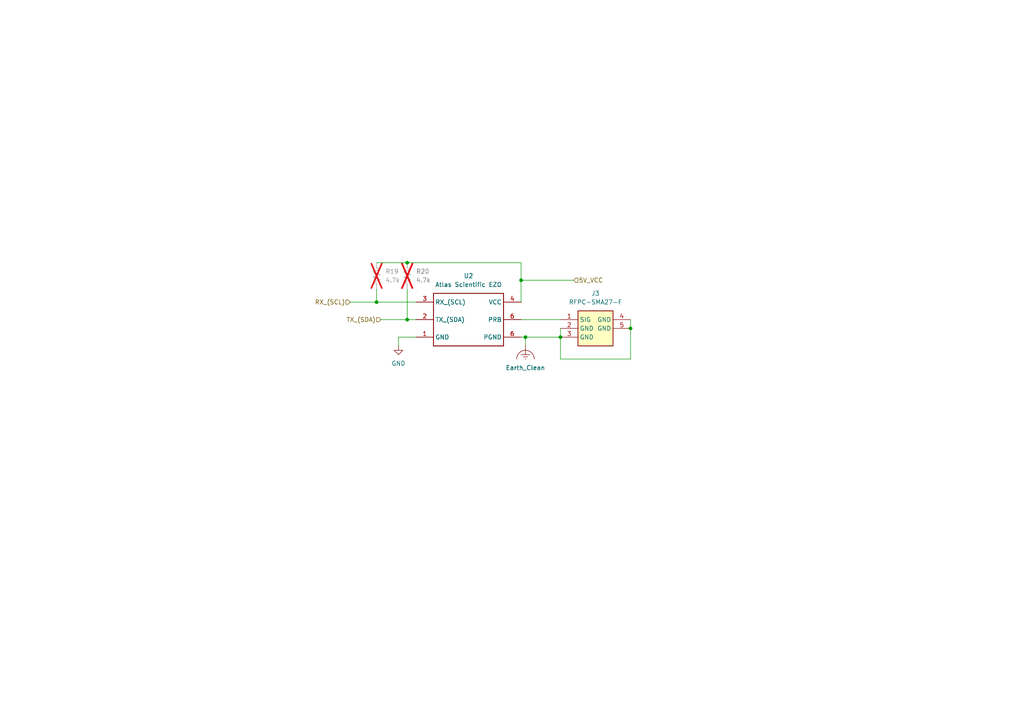
<source format=kicad_sch>
(kicad_sch (version 20250114) (generator "eeschema") (generator_version "9.0")
  (paper "A4")
  (title_block (title "pH Subcircuit") (date "2026-01-03") (rev "v1.0"))
  (lib_symbols
    (symbol "Device:R_US" (pin_numbers (hide yes)) (pin_names (offset 0))
      (property "Reference" "R" (at 2.54 0 90))
      (property "Value" "R_US" (at -2.54 0 90))
      (symbol "R_US_0_1"
        (polyline (pts (xy 0 2.286) (xy 0 2.54)))
        (polyline (pts (xy 0 2.286) (xy 1.016 1.905) (xy 0 1.524) (xy -1.016 1.143) (xy 0 0.762)))
        (polyline (pts (xy 0 0.762) (xy 1.016 0.381) (xy 0 0) (xy -1.016 -0.381) (xy 0 -0.762)))
        (polyline (pts (xy 0 -0.762) (xy 1.016 -1.143) (xy 0 -1.524) (xy -1.016 -1.905) (xy 0 -2.286)))
        (polyline (pts (xy 0 -2.286) (xy 0 -2.54)))
      )
      (symbol "R_US_1_1"
        (pin passive line (at 0 3.81 270) (length 1.27) (name "~") (number "1"))
        (pin passive line (at 0 -3.81 90) (length 1.27) (name "~") (number "2"))
      )
    )
    (symbol "SamacSys_Parts:RFPC-SMA27-F"
      (property "Reference" "J" (at 16.51 7.62 0))
      (property "Value" "RFPC-SMA27-F" (at 16.51 5.08 0))
      (symbol "RFPC-SMA27-F_1_1"
        (rectangle (start 5.08 2.54) (end 15.24 -7.62) (stroke (width 0.254)) (fill (type background)))
        (pin passive line (at 0 0 0) (length 5.08) (name "SIG") (number "1"))
        (pin passive line (at 0 -2.54 0) (length 5.08) (name "GND") (number "2"))
        (pin passive line (at 0 -5.08 0) (length 5.08) (name "GND") (number "3"))
        (pin passive line (at 20.32 0 180) (length 5.08) (name "GND") (number "4"))
        (pin passive line (at 20.32 -2.54 180) (length 5.08) (name "GND") (number "5"))
      )
    )
    (symbol "aquaponics_pcb:Atlas Scientific EZO"
      (property "Reference" "U?" (at -1.524 0.254 0))
      (property "Value" "Atlas Scientific EZO" (at 0 -2.032 0))
      (symbol "Atlas Scientific EZO_0_0"
        (rectangle (start 0 15.24) (end 20.32 0) (stroke (width 0.254)))
        (pin bidirectional line (at -5.08 12.7 0) (length 5.08) (name "RX_(SCL)") (number "3"))
        (pin bidirectional line (at -5.08 7.62 0) (length 5.08) (name "TX_(SDA)") (number "2"))
        (pin passive line (at -5.08 2.54 0) (length 5.08) (name "GND") (number "1"))
        (pin passive line (at 25.4 12.7 180) (length 5.08) (name "VCC") (number "4"))
        (pin passive line (at 25.4 2.54 180) (length 5.08) (name "PGND") (number "6"))
      )
      (symbol "Atlas Scientific EZO_1_0"
        (pin input line (at 25.4 7.62 180) (length 5.08) (name "PRB") (number "6"))
      )
    )
    (symbol "power:Earth_Clean" (power) (pin_numbers (hide yes)) (pin_names (offset 0) (hide yes))
      (property "Value" "Earth_Clean" (at 0 -5.08 0))
      (symbol "Earth_Clean_0_1"
        (polyline (pts (xy -0.635 -3.175) (xy 0.635 -3.175)))
        (polyline (pts (xy -0.127 -3.81) (xy 0.127 -3.81)))
        (polyline (pts (xy 0 -2.54) (xy 0 0)))
        (arc (start -2.54 -3.81) (mid 0 -1.281) (end 2.54 -3.81))
        (polyline (pts (xy 1.27 -2.54) (xy -1.27 -2.54)))
      )
      (symbol "Earth_Clean_1_1"
        (pin power_in line (at 0 0 270) (length 0) (name "~") (number "1"))
      )
    )
    (symbol "power:GND" (power) (pin_numbers (hide yes)) (pin_names (offset 0) (hide yes))
      (property "Value" "GND" (at 0 -3.81 0))
      (symbol "GND_0_1"
        (polyline (pts (xy 0 0) (xy 0 -1.27) (xy 1.27 -1.27) (xy 0 -2.54) (xy -1.27 -1.27) (xy 0 -1.27)))
      )
      (symbol "GND_1_1"
        (pin power_in line (at 0 0 270) (length 0) (name "~") (number "1"))
      )
    )
  )
  (junction (at 182.88 95.25))
  (junction (at 118.11 76.2))
  (junction (at 162.56 97.79))
  (junction (at 109.22 87.63))
  (junction (at 152.4 97.79))
  (junction (at 118.11 92.71))
  (junction (at 151.13 81.28))
  (wire (pts (xy 151.13 81.28) (xy 151.13 76.2)))
  (wire (pts (xy 151.13 87.63) (xy 151.13 81.28)))
  (wire (pts (xy 162.56 95.25) (xy 162.56 97.79)))
  (wire (pts (xy 182.88 104.14) (xy 162.56 104.14)))
  (wire (pts (xy 110.49 92.71) (xy 118.11 92.71)))
  (wire (pts (xy 109.22 83.82) (xy 109.22 87.63)))
  (wire (pts (xy 152.4 97.79) (xy 152.4 100.33)))
  (wire (pts (xy 115.57 100.33) (xy 115.57 97.79)))
  (wire (pts (xy 152.4 97.79) (xy 162.56 97.79)))
  (wire (pts (xy 151.13 81.28) (xy 166.37 81.28)))
  (wire (pts (xy 151.13 92.71) (xy 162.56 92.71)))
  (wire (pts (xy 109.22 87.63) (xy 120.65 87.63)))
  (wire (pts (xy 162.56 97.79) (xy 162.56 104.14)))
  (wire (pts (xy 101.6 87.63) (xy 109.22 87.63)))
  (wire (pts (xy 151.13 76.2) (xy 118.11 76.2)))
  (wire (pts (xy 109.22 76.2) (xy 118.11 76.2)))
  (wire (pts (xy 118.11 92.71) (xy 120.65 92.71)))
  (wire (pts (xy 182.88 92.71) (xy 182.88 95.25)))
  (wire (pts (xy 118.11 83.82) (xy 118.11 92.71)))
  (wire (pts (xy 151.13 97.79) (xy 152.4 97.79)))
  (wire (pts (xy 115.57 97.79) (xy 120.65 97.79)))
  (wire (pts (xy 182.88 95.25) (xy 182.88 104.14)))
  (hierarchical_label "TX_(SDA)" (shape input) (at 110.49 92.71 180))
  (hierarchical_label "RX_(SCL)" (shape input) (at 101.6 87.63 180))
  (hierarchical_label "5V_VCC" (shape input) (at 166.37 81.28 0))
  (symbol (lib_id "Device:R_US") (at 109.22 80.01 0) (unit 1) (dnp yes)
    (property "Reference" "R5" (at 111.76 78.7399 0) (effects (justify left)))
    (property "Value" "4.7k" (at 111.76 81.2799 0) (effects (justify left)))
    (property "Footprint" "Resistor_SMD:R_0603_1608Metric_Pad0.98x0.95mm_HandSolder" (effects (hide yes)))
    (property "Description" "Resistor, US symbol" (effects (hide yes)))
    (instances (project "aquaponics_pcb" (path "" (reference "R19") (unit 1)) (path "" (reference "R5") (unit 1)) (path "" (reference "R21") (unit 1))))
  )
  (symbol (lib_id "power:Earth_Clean") (at 152.4 100.33 0) (unit 1)
    (property "Reference" "#PWR02" (effects (hide yes)))
    (property "Value" "Earth_Clean" (at 152.4 106.68 0))
    (property "Description" "Power symbol creates a global label with name \"Earth_Clean\"" (effects (hide yes)))
    (instances (project "aquaponics_pcb" (path "" (reference "#PWR030") (unit 1)) (path "" (reference "#PWR02") (unit 1)) (path "" (reference "#PWR032") (unit 1))))
  )
  (symbol (lib_id "aquaponics_pcb:Atlas Scientific EZO") (at 125.73 100.33 0) (unit 1)
    (property "Reference" "U1" (at 135.89 80.01 0))
    (property "Value" "Atlas Scientific EZO" (at 135.89 82.55 0))
    (property "Datasheet" "https://www.atlas-scientific.com/_files/_datasheets/_circuit/EZO_RTD_Datasheet.pdf" (effects (hide yes)))
    (property "Manufacturer Part" "Atlas Scientific EZO" (effects (hide yes)))
    (instances (project "aquaponics_pcb" (path "" (reference "U2") (unit 1)) (path "" (reference "U1") (unit 1)) (path "" (reference "U3") (unit 1))))
  )
  (symbol (lib_id "Device:R_US") (at 118.11 80.01 0) (unit 1) (dnp yes)
    (property "Reference" "R6" (at 120.65 78.7399 0) (effects (justify left)))
    (property "Value" "4.7k" (at 120.65 81.2799 0) (effects (justify left)))
    (property "Footprint" "Resistor_SMD:R_0603_1608Metric_Pad0.98x0.95mm_HandSolder" (effects (hide yes)))
    (property "Description" "Resistor, US symbol" (effects (hide yes)))
    (instances (project "aquaponics_pcb" (path "" (reference "R20") (unit 1)) (path "" (reference "R6") (unit 1)) (path "" (reference "R22") (unit 1))))
  )
  (symbol (lib_id "SamacSys_Parts:RFPC-SMA27-F") (at 162.56 92.71 0) (unit 1)
    (property "Reference" "J1" (at 172.72 85.09 0))
    (property "Value" "RFPC-SMA27-F" (at 172.72 87.63 0))
    (property "Footprint" "SamacSys_Parts:RFPCSMA27F" (effects (hide yes)))
    (property "Datasheet" "https://www.digikey.ph/en/products/detail/gct/RFPC-SMA27-F/22162144?msockid=3bdc366bbe0663d83c1223c0bf3662a6" (effects (hide yes)))
    (property "Description" "SMA Right Angle Jack Brass Standard Polarity PCB Mount Unrated -55 to 125C Through Hole" (effects (hide yes)))
    (property "Height" "10.15" (effects (hide yes)))
    (property "Mouser Part Number" "640-RFPCSMA27F" (effects (hide yes)))
    (property "Mouser Price/Stock" "https://www.mouser.co.uk/ProductDetail/GCT/RFPC-SMA27-F?qs=olJun0bQHM91tAPXMnwIxA%3D%3D" (effects (hide yes)))
    (property "Manufacturer_Name" "GCT (GLOBAL CONNECTOR TECHNOLOGY)" (effects (hide yes)))
    (property "Manufacturer_Part_Number" "RFPC-SMA27-F" (effects (hide yes)))
    (instances (project "aquaponics_pcb" (path "" (reference "J3") (unit 1)) (path "" (reference "J1") (unit 1)) (path "" (reference "J4") (unit 1))))
  )
  (symbol (lib_id "power:GND") (at 115.57 100.33 0) (unit 1)
    (property "Reference" "#PWR01" (effects (hide yes)))
    (property "Value" "GND" (at 115.57 105.41 0))
    (property "Description" "Power symbol creates a global label with name \"GND\" , ground" (effects (hide yes)))
    (instances (project "aquaponics_pcb" (path "" (reference "#PWR029") (unit 1)) (path "" (reference "#PWR01") (unit 1)) (path "" (reference "#PWR031") (unit 1))))
  )
)
</source>
